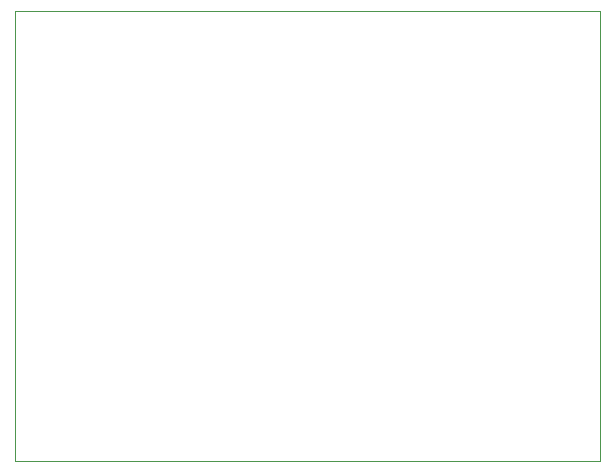
<source format=gbo>
G75*
%MOIN*%
%OFA0B0*%
%FSLAX24Y24*%
%IPPOS*%
%LPD*%
%AMOC8*
5,1,8,0,0,1.08239X$1,22.5*
%
%ADD10C,0.0000*%
D10*
X000180Y002280D02*
X000180Y017280D01*
X019680Y017280D01*
X019680Y002280D01*
X000180Y002280D01*
M02*

</source>
